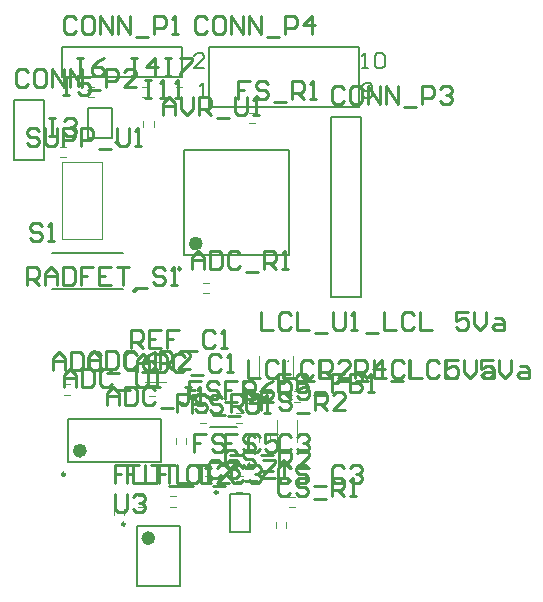
<source format=gto>
G04 Layer_Color=65535*
%FSLAX24Y24*%
%MOIN*%
G70*
G01*
G75*
%ADD36C,0.0100*%
%ADD83C,0.0098*%
%ADD84C,0.0236*%
%ADD85C,0.0079*%
%ADD86C,0.0039*%
%ADD87C,0.0080*%
D36*
X10516Y28616D02*
X10416Y28716D01*
X10216D01*
X10116Y28616D01*
Y28216D01*
X10216Y28116D01*
X10416D01*
X10516Y28216D01*
X11016Y28716D02*
X10816D01*
X10716Y28616D01*
Y28216D01*
X10816Y28116D01*
X11016D01*
X11116Y28216D01*
Y28616D01*
X11016Y28716D01*
X11316Y28116D02*
Y28716D01*
X11716Y28116D01*
Y28716D01*
X11916Y28116D02*
Y28716D01*
X12315Y28116D01*
Y28716D01*
X12515Y28016D02*
X12915D01*
X13115Y28116D02*
Y28716D01*
X13415D01*
X13515Y28616D01*
Y28416D01*
X13415Y28316D01*
X13115D01*
X14115Y28116D02*
X13715D01*
X14115Y28516D01*
Y28616D01*
X14015Y28716D01*
X13815D01*
X13715Y28616D01*
X12117Y30377D02*
X12017Y30477D01*
X11817D01*
X11717Y30377D01*
Y29977D01*
X11817Y29877D01*
X12017D01*
X12117Y29977D01*
X12617Y30477D02*
X12417D01*
X12317Y30377D01*
Y29977D01*
X12417Y29877D01*
X12617D01*
X12717Y29977D01*
Y30377D01*
X12617Y30477D01*
X12917Y29877D02*
Y30477D01*
X13317Y29877D01*
Y30477D01*
X13517Y29877D02*
Y30477D01*
X13917Y29877D01*
Y30477D01*
X14117Y29777D02*
X14517D01*
X14717Y29877D02*
Y30477D01*
X15016D01*
X15116Y30377D01*
Y30177D01*
X15016Y30077D01*
X14717D01*
X15316Y29877D02*
X15516D01*
X15416D01*
Y30477D01*
X15316Y30377D01*
X17921Y28304D02*
X17521D01*
Y28004D01*
X17721D01*
X17521D01*
Y27704D01*
X18520Y28204D02*
X18420Y28304D01*
X18220D01*
X18120Y28204D01*
Y28104D01*
X18220Y28004D01*
X18420D01*
X18520Y27904D01*
Y27804D01*
X18420Y27704D01*
X18220D01*
X18120Y27804D01*
X18720Y27604D02*
X19120D01*
X19320Y27704D02*
Y28304D01*
X19620D01*
X19720Y28204D01*
Y28004D01*
X19620Y27904D01*
X19320D01*
X19520D02*
X19720Y27704D01*
X19920D02*
X20120D01*
X20020D01*
Y28304D01*
X19920Y28204D01*
X16941Y15599D02*
X16841Y15699D01*
X16642D01*
X16542Y15599D01*
Y15199D01*
X16642Y15099D01*
X16841D01*
X16941Y15199D01*
X17541Y15599D02*
X17441Y15699D01*
X17241D01*
X17141Y15599D01*
Y15499D01*
X17241Y15399D01*
X17441D01*
X17541Y15299D01*
Y15199D01*
X17441Y15099D01*
X17241D01*
X17141Y15199D01*
X17741Y14999D02*
X18141D01*
X18341Y15699D02*
X18741D01*
Y15599D01*
X18341Y15199D01*
Y15099D01*
X18741D01*
X18941D02*
X19141D01*
X19041D01*
Y15699D01*
X18941Y15599D01*
X17489Y15923D02*
X17389Y16023D01*
X17189D01*
X17089Y15923D01*
Y15523D01*
X17189Y15423D01*
X17389D01*
X17489Y15523D01*
X18089Y15923D02*
X17989Y16023D01*
X17789D01*
X17689Y15923D01*
Y15823D01*
X17789Y15723D01*
X17989D01*
X18089Y15623D01*
Y15523D01*
X17989Y15423D01*
X17789D01*
X17689Y15523D01*
X18289Y15323D02*
X18689D01*
X18888Y15423D02*
Y16023D01*
X19188D01*
X19288Y15923D01*
Y15723D01*
X19188Y15623D01*
X18888D01*
X19088D02*
X19288Y15423D01*
X19888D02*
X19488D01*
X19888Y15823D01*
Y15923D01*
X19788Y16023D01*
X19588D01*
X19488Y15923D01*
X19231Y14989D02*
X19131Y15089D01*
X18932D01*
X18832Y14989D01*
Y14589D01*
X18932Y14489D01*
X19131D01*
X19231Y14589D01*
X19831Y14989D02*
X19731Y15089D01*
X19531D01*
X19431Y14989D01*
Y14889D01*
X19531Y14789D01*
X19731D01*
X19831Y14689D01*
Y14589D01*
X19731Y14489D01*
X19531D01*
X19431Y14589D01*
X20031Y14389D02*
X20431D01*
X20631Y14489D02*
Y15089D01*
X20931D01*
X21031Y14989D01*
Y14789D01*
X20931Y14689D01*
X20631D01*
X20831D02*
X21031Y14489D01*
X21231D02*
X21431D01*
X21331D01*
Y15089D01*
X21231Y14989D01*
X19231Y15429D02*
X19131Y15529D01*
X18932D01*
X18832Y15429D01*
Y15029D01*
X18932Y14929D01*
X19131D01*
X19231Y15029D01*
X19831Y15429D02*
X19731Y15529D01*
X19531D01*
X19431Y15429D01*
Y15329D01*
X19531Y15229D01*
X19731D01*
X19831Y15129D01*
Y15029D01*
X19731Y14929D01*
X19531D01*
X19431Y15029D01*
X20031Y14829D02*
X20431D01*
X21031Y15429D02*
X20931Y15529D01*
X20731D01*
X20631Y15429D01*
Y15029D01*
X20731Y14929D01*
X20931D01*
X21031Y15029D01*
X21231Y15429D02*
X21331Y15529D01*
X21531D01*
X21631Y15429D01*
Y15329D01*
X21531Y15229D01*
X21431D01*
X21531D01*
X21631Y15129D01*
Y15029D01*
X21531Y14929D01*
X21331D01*
X21231Y15029D01*
X15989Y22039D02*
Y22439D01*
X16189Y22639D01*
X16389Y22439D01*
Y22039D01*
Y22339D01*
X15989D01*
X16589Y22639D02*
Y22039D01*
X16889D01*
X16989Y22139D01*
Y22539D01*
X16889Y22639D01*
X16589D01*
X17589Y22539D02*
X17489Y22639D01*
X17289D01*
X17189Y22539D01*
Y22139D01*
X17289Y22039D01*
X17489D01*
X17589Y22139D01*
X17789Y21939D02*
X18189D01*
X18389Y22039D02*
Y22639D01*
X18688D01*
X18788Y22539D01*
Y22339D01*
X18688Y22239D01*
X18389D01*
X18589D02*
X18788Y22039D01*
X18988D02*
X19188D01*
X19088D01*
Y22639D01*
X18988Y22539D01*
X12509Y18730D02*
Y19129D01*
X12709Y19329D01*
X12909Y19129D01*
Y18730D01*
Y19029D01*
X12509D01*
X13109Y19329D02*
Y18730D01*
X13409D01*
X13508Y18829D01*
Y19229D01*
X13409Y19329D01*
X13109D01*
X14108Y19229D02*
X14008Y19329D01*
X13808D01*
X13708Y19229D01*
Y18829D01*
X13808Y18730D01*
X14008D01*
X14108Y18829D01*
X14308Y18630D02*
X14708D01*
X14908Y18730D02*
Y19329D01*
X15208D01*
X15308Y19229D01*
Y19029D01*
X15208Y18929D01*
X14908D01*
X15108D02*
X15308Y18730D01*
X15908D02*
X15508D01*
X15908Y19129D01*
Y19229D01*
X15808Y19329D01*
X15608D01*
X15508Y19229D01*
X11339Y18680D02*
Y19079D01*
X11539Y19279D01*
X11739Y19079D01*
Y18680D01*
Y18979D01*
X11339D01*
X11939Y19279D02*
Y18680D01*
X12239D01*
X12339Y18779D01*
Y19179D01*
X12239Y19279D01*
X11939D01*
X12938Y19179D02*
X12838Y19279D01*
X12638D01*
X12538Y19179D01*
Y18779D01*
X12638Y18680D01*
X12838D01*
X12938Y18779D01*
X13138Y18580D02*
X13538D01*
X14138Y19179D02*
X14038Y19279D01*
X13838D01*
X13738Y19179D01*
Y18779D01*
X13838Y18680D01*
X14038D01*
X14138Y18779D01*
X14738Y19279D02*
X14538Y19179D01*
X14338Y18979D01*
Y18779D01*
X14438Y18680D01*
X14638D01*
X14738Y18779D01*
Y18879D01*
X14638Y18979D01*
X14338D01*
X11699Y18130D02*
Y18529D01*
X11899Y18729D01*
X12099Y18529D01*
Y18130D01*
Y18429D01*
X11699D01*
X12299Y18729D02*
Y18130D01*
X12599D01*
X12699Y18230D01*
Y18629D01*
X12599Y18729D01*
X12299D01*
X13298Y18629D02*
X13198Y18729D01*
X12998D01*
X12898Y18629D01*
Y18230D01*
X12998Y18130D01*
X13198D01*
X13298Y18230D01*
X13498Y18030D02*
X13898D01*
X14098Y18729D02*
Y18230D01*
X14198Y18130D01*
X14398D01*
X14498Y18230D01*
Y18729D01*
X14698Y18130D02*
X14898D01*
X14798D01*
Y18729D01*
X14698Y18629D01*
X15028Y27184D02*
Y27584D01*
X15228Y27784D01*
X15428Y27584D01*
Y27184D01*
Y27484D01*
X15028D01*
X15628Y27784D02*
Y27384D01*
X15828Y27184D01*
X16028Y27384D01*
Y27784D01*
X16228Y27184D02*
Y27784D01*
X16528D01*
X16628Y27684D01*
Y27484D01*
X16528Y27384D01*
X16228D01*
X16428D02*
X16628Y27184D01*
X16827Y27084D02*
X17227D01*
X17427Y27784D02*
Y27284D01*
X17527Y27184D01*
X17727D01*
X17827Y27284D01*
Y27784D01*
X18027Y27184D02*
X18227D01*
X18127D01*
Y27784D01*
X18027Y27684D01*
X17494Y16555D02*
X17094D01*
Y16255D01*
X17294D01*
X17094D01*
Y15955D01*
X18094Y16455D02*
X17994Y16555D01*
X17794D01*
X17694Y16455D01*
Y16355D01*
X17794Y16255D01*
X17994D01*
X18094Y16155D01*
Y16055D01*
X17994Y15955D01*
X17794D01*
X17694Y16055D01*
X18293Y15855D02*
X18693D01*
X19293Y16455D02*
X19193Y16555D01*
X18993D01*
X18893Y16455D01*
Y16055D01*
X18993Y15955D01*
X19193D01*
X19293Y16055D01*
X19493Y16455D02*
X19593Y16555D01*
X19793D01*
X19893Y16455D01*
Y16355D01*
X19793Y16255D01*
X19693D01*
X19793D01*
X19893Y16155D01*
Y16055D01*
X19793Y15955D01*
X19593D01*
X19493Y16055D01*
X16430Y16555D02*
X16030D01*
Y16255D01*
X16230D01*
X16030D01*
Y15955D01*
X17030Y16455D02*
X16930Y16555D01*
X16730D01*
X16630Y16455D01*
Y16355D01*
X16730Y16255D01*
X16930D01*
X17030Y16155D01*
Y16055D01*
X16930Y15955D01*
X16730D01*
X16630Y16055D01*
X17230Y15855D02*
X17630D01*
X18230Y16455D02*
X18130Y16555D01*
X17930D01*
X17830Y16455D01*
Y16055D01*
X17930Y15955D01*
X18130D01*
X18230Y16055D01*
X18829Y16555D02*
X18429D01*
Y16255D01*
X18629Y16355D01*
X18729D01*
X18829Y16255D01*
Y16055D01*
X18729Y15955D01*
X18529D01*
X18429Y16055D01*
X18680Y17946D02*
X18281D01*
Y17646D01*
X18481D01*
X18281D01*
Y17346D01*
X19280Y17846D02*
X19180Y17946D01*
X18980D01*
X18880Y17846D01*
Y17746D01*
X18980Y17646D01*
X19180D01*
X19280Y17546D01*
Y17446D01*
X19180Y17346D01*
X18980D01*
X18880Y17446D01*
X19480Y17246D02*
X19880D01*
X20080Y17346D02*
Y17946D01*
X20380D01*
X20480Y17846D01*
Y17646D01*
X20380Y17546D01*
X20080D01*
X20280D02*
X20480Y17346D01*
X21080D02*
X20680D01*
X21080Y17746D01*
Y17846D01*
X20980Y17946D01*
X20780D01*
X20680Y17846D01*
X15888Y17889D02*
X15488D01*
Y17589D01*
X15688D01*
X15488D01*
Y17289D01*
X16487Y17789D02*
X16388Y17889D01*
X16188D01*
X16088Y17789D01*
Y17689D01*
X16188Y17589D01*
X16388D01*
X16487Y17489D01*
Y17389D01*
X16388Y17289D01*
X16188D01*
X16088Y17389D01*
X16687Y17189D02*
X17087D01*
X17287Y17289D02*
Y17889D01*
X17587D01*
X17687Y17789D01*
Y17589D01*
X17587Y17489D01*
X17287D01*
X17487D02*
X17687Y17289D01*
X18187D02*
Y17889D01*
X17887Y17589D01*
X18287D01*
X17464Y18306D02*
X17064D01*
Y18007D01*
X17264D01*
X17064D01*
Y17707D01*
X18064Y18206D02*
X17964Y18306D01*
X17764D01*
X17664Y18206D01*
Y18106D01*
X17764Y18007D01*
X17964D01*
X18064Y17907D01*
Y17807D01*
X17964Y17707D01*
X17764D01*
X17664Y17807D01*
X18264Y17607D02*
X18664D01*
X18864Y17707D02*
Y18306D01*
X19164D01*
X19264Y18206D01*
Y18007D01*
X19164Y17907D01*
X18864D01*
X19064D02*
X19264Y17707D01*
X19864Y18306D02*
X19464D01*
Y18007D01*
X19664Y18106D01*
X19764D01*
X19864Y18007D01*
Y17807D01*
X19764Y17707D01*
X19564D01*
X19464Y17807D01*
X16378Y17839D02*
X15978D01*
Y17539D01*
X16178D01*
X15978D01*
Y17239D01*
X16977Y17739D02*
X16878Y17839D01*
X16678D01*
X16578Y17739D01*
Y17639D01*
X16678Y17539D01*
X16878D01*
X16977Y17439D01*
Y17339D01*
X16878Y17239D01*
X16678D01*
X16578Y17339D01*
X17177Y17139D02*
X17577D01*
X17777Y17839D02*
Y17339D01*
X17877Y17239D01*
X18077D01*
X18177Y17339D01*
Y17839D01*
X18377Y17239D02*
X18577D01*
X18477D01*
Y17839D01*
X18377Y17739D01*
X11220Y27070D02*
X11420D01*
X11320D01*
Y26470D01*
X11220D01*
X11420D01*
X11720Y26970D02*
X11820Y27070D01*
X12020D01*
X12120Y26970D01*
Y26870D01*
X12020Y26770D01*
X11920D01*
X12020D01*
X12120Y26670D01*
Y26570D01*
X12020Y26470D01*
X11820D01*
X11720Y26570D01*
X13930Y29070D02*
X14130D01*
X14030D01*
Y28470D01*
X13930D01*
X14130D01*
X14730D02*
Y29070D01*
X14430Y28770D01*
X14830D01*
X11691Y28434D02*
X11890D01*
X11791D01*
Y27834D01*
X11691D01*
X11890D01*
X12590Y28434D02*
X12190D01*
Y28134D01*
X12390Y28234D01*
X12490D01*
X12590Y28134D01*
Y27934D01*
X12490Y27834D01*
X12290D01*
X12190Y27934D01*
X12130Y29070D02*
X12330D01*
X12230D01*
Y28470D01*
X12130D01*
X12330D01*
X13030Y29070D02*
X12830Y28970D01*
X12630Y28770D01*
Y28570D01*
X12730Y28470D01*
X12930D01*
X13030Y28570D01*
Y28670D01*
X12930Y28770D01*
X12630D01*
X15081Y29068D02*
X15281D01*
X15181D01*
Y28468D01*
X15081D01*
X15281D01*
X15580Y29068D02*
X15980D01*
Y28968D01*
X15580Y28568D01*
Y28468D01*
X14401Y28364D02*
X14600D01*
X14501D01*
Y27764D01*
X14401D01*
X14600D01*
X14900D02*
X15100D01*
X15000D01*
Y28364D01*
X14900Y28264D01*
X15400Y27764D02*
X15600D01*
X15500D01*
Y28364D01*
X15400Y28264D01*
X13943Y19414D02*
Y20014D01*
X14243D01*
X14343Y19914D01*
Y19714D01*
X14243Y19614D01*
X13943D01*
X14143D02*
X14343Y19414D01*
X14943Y20014D02*
X14543D01*
Y19414D01*
X14943D01*
X14543Y19714D02*
X14743D01*
X15543Y20014D02*
X15143D01*
Y19714D01*
X15343D01*
X15143D01*
Y19414D01*
X15743Y19314D02*
X16143D01*
X16742Y19914D02*
X16642Y20014D01*
X16443D01*
X16343Y19914D01*
Y19514D01*
X16443Y19414D01*
X16642D01*
X16742Y19514D01*
X16942Y19414D02*
X17142D01*
X17042D01*
Y20014D01*
X16942Y19914D01*
X10888Y26649D02*
X10788Y26749D01*
X10588D01*
X10488Y26649D01*
Y26549D01*
X10588Y26449D01*
X10788D01*
X10888Y26349D01*
Y26249D01*
X10788Y26149D01*
X10588D01*
X10488Y26249D01*
X11087Y26749D02*
Y26249D01*
X11187Y26149D01*
X11387D01*
X11487Y26249D01*
Y26749D01*
X11687Y26149D02*
Y26749D01*
X11987D01*
X12087Y26649D01*
Y26449D01*
X11987Y26349D01*
X11687D01*
X12287Y26149D02*
Y26749D01*
X12587D01*
X12687Y26649D01*
Y26449D01*
X12587Y26349D01*
X12287D01*
X12887Y26049D02*
X13287D01*
X13487Y26749D02*
Y26249D01*
X13587Y26149D01*
X13787D01*
X13887Y26249D01*
Y26749D01*
X14086Y26149D02*
X14286D01*
X14186D01*
Y26749D01*
X14086Y26649D01*
X13410Y14540D02*
Y14040D01*
X13510Y13940D01*
X13710D01*
X13810Y14040D01*
Y14540D01*
X14009Y14440D02*
X14109Y14540D01*
X14309D01*
X14409Y14440D01*
Y14340D01*
X14309Y14240D01*
X14209D01*
X14309D01*
X14409Y14140D01*
Y14040D01*
X14309Y13940D01*
X14109D01*
X14009Y14040D01*
X10980Y23490D02*
X10880Y23590D01*
X10680D01*
X10580Y23490D01*
Y23390D01*
X10680Y23290D01*
X10880D01*
X10980Y23190D01*
Y23090D01*
X10880Y22990D01*
X10680D01*
X10580Y23090D01*
X11180Y22990D02*
X11380D01*
X11280D01*
Y23590D01*
X11180Y23490D01*
X14211Y15531D02*
X13811D01*
Y15231D01*
X14011D01*
X13811D01*
Y14931D01*
X14411Y15531D02*
Y14931D01*
X14811D01*
X15011Y15531D02*
X15411D01*
X15211D01*
Y14931D01*
X15611Y14831D02*
X16011D01*
X16610Y15431D02*
X16510Y15531D01*
X16311D01*
X16211Y15431D01*
Y15031D01*
X16311Y14931D01*
X16510D01*
X16610Y15031D01*
X17210Y14931D02*
X16810D01*
X17210Y15331D01*
Y15431D01*
X17110Y15531D01*
X16910D01*
X16810Y15431D01*
X15271Y15532D02*
X14871D01*
Y15232D01*
X15071D01*
X14871D01*
Y14932D01*
X15471Y15532D02*
Y14932D01*
X15870D01*
X16070Y15532D02*
X16470D01*
X16270D01*
Y14932D01*
X16670Y14832D02*
X17070D01*
X17670Y15432D02*
X17570Y15532D01*
X17370D01*
X17270Y15432D01*
Y15032D01*
X17370Y14932D01*
X17570D01*
X17670Y15032D01*
X17870Y15432D02*
X17970Y15532D01*
X18170D01*
X18270Y15432D01*
Y15332D01*
X18170Y15232D01*
X18070D01*
X18170D01*
X18270Y15132D01*
Y15032D01*
X18170Y14932D01*
X17970D01*
X17870Y15032D01*
X13803Y15517D02*
X13403D01*
Y15217D01*
X13603D01*
X13403D01*
Y14917D01*
X14002Y15517D02*
Y14917D01*
X14402D01*
X14602Y15517D02*
X15002D01*
X14802D01*
Y14917D01*
X15202Y14817D02*
X15602D01*
X16202Y15417D02*
X16102Y15517D01*
X15902D01*
X15802Y15417D01*
Y15017D01*
X15902Y14917D01*
X16102D01*
X16202Y15017D01*
X16402Y14917D02*
X16602D01*
X16502D01*
Y15517D01*
X16402Y15417D01*
X21059Y28057D02*
X20959Y28157D01*
X20759D01*
X20659Y28057D01*
Y27657D01*
X20759Y27557D01*
X20959D01*
X21059Y27657D01*
X21559Y28157D02*
X21359D01*
X21259Y28057D01*
Y27657D01*
X21359Y27557D01*
X21559D01*
X21659Y27657D01*
Y28057D01*
X21559Y28157D01*
X21859Y27557D02*
Y28157D01*
X22259Y27557D01*
Y28157D01*
X22459Y27557D02*
Y28157D01*
X22859Y27557D01*
Y28157D01*
X23059Y27457D02*
X23458D01*
X23658Y27557D02*
Y28157D01*
X23958D01*
X24058Y28057D01*
Y27857D01*
X23958Y27757D01*
X23658D01*
X24258Y28057D02*
X24358Y28157D01*
X24558D01*
X24658Y28057D01*
Y27957D01*
X24558Y27857D01*
X24458D01*
X24558D01*
X24658Y27757D01*
Y27657D01*
X24558Y27557D01*
X24358D01*
X24258Y27657D01*
X16480Y30380D02*
X16380Y30480D01*
X16180D01*
X16080Y30380D01*
Y29980D01*
X16180Y29880D01*
X16380D01*
X16480Y29980D01*
X16980Y30480D02*
X16780D01*
X16680Y30380D01*
Y29980D01*
X16780Y29880D01*
X16980D01*
X17080Y29980D01*
Y30380D01*
X16980Y30480D01*
X17280Y29880D02*
Y30480D01*
X17679Y29880D01*
Y30480D01*
X17879Y29880D02*
Y30480D01*
X18279Y29880D01*
Y30480D01*
X18479Y29780D02*
X18879D01*
X19079Y29880D02*
Y30480D01*
X19379D01*
X19479Y30380D01*
Y30180D01*
X19379Y30080D01*
X19079D01*
X19979Y29880D02*
Y30480D01*
X19679Y30180D01*
X20079D01*
X10490Y21510D02*
Y22110D01*
X10790D01*
X10890Y22010D01*
Y21810D01*
X10790Y21710D01*
X10490D01*
X10690D02*
X10890Y21510D01*
X11090D02*
Y21910D01*
X11290Y22110D01*
X11490Y21910D01*
Y21510D01*
Y21810D01*
X11090D01*
X11690Y22110D02*
Y21510D01*
X11990D01*
X12089Y21610D01*
Y22010D01*
X11990Y22110D01*
X11690D01*
X12689D02*
X12289D01*
Y21810D01*
X12489D01*
X12289D01*
Y21510D01*
X13289Y22110D02*
X12889D01*
Y21510D01*
X13289D01*
X12889Y21810D02*
X13089D01*
X13489Y22110D02*
X13889D01*
X13689D01*
Y21510D01*
X14089Y21410D02*
X14489D01*
X15089Y22010D02*
X14989Y22110D01*
X14789D01*
X14689Y22010D01*
Y21910D01*
X14789Y21810D01*
X14989D01*
X15089Y21710D01*
Y21610D01*
X14989Y21510D01*
X14789D01*
X14689Y21610D01*
X15288Y21510D02*
X15488D01*
X15388D01*
Y22110D01*
X15288Y22010D01*
X16283Y18300D02*
X15883D01*
Y18000D01*
X16083D01*
X15883D01*
Y17700D01*
X16882Y18200D02*
X16782Y18300D01*
X16583D01*
X16483Y18200D01*
Y18100D01*
X16583Y18000D01*
X16782D01*
X16882Y17900D01*
Y17800D01*
X16782Y17700D01*
X16583D01*
X16483Y17800D01*
X17082Y17600D02*
X17482D01*
X17682Y17700D02*
Y18300D01*
X17982D01*
X18082Y18200D01*
Y18000D01*
X17982Y17900D01*
X17682D01*
X17882D02*
X18082Y17700D01*
X18682Y18300D02*
X18482Y18200D01*
X18282Y18000D01*
Y17800D01*
X18382Y17700D01*
X18582D01*
X18682Y17800D01*
Y17900D01*
X18582Y18000D01*
X18282D01*
X17837Y19010D02*
Y18411D01*
X18237D01*
X18837Y18910D02*
X18737Y19010D01*
X18537D01*
X18437Y18910D01*
Y18511D01*
X18537Y18411D01*
X18737D01*
X18837Y18511D01*
X19036Y19010D02*
Y18411D01*
X19436D01*
X19636Y18311D02*
X20036D01*
X20236Y18411D02*
Y19010D01*
X20536D01*
X20636Y18910D01*
Y18711D01*
X20536Y18611D01*
X20236D01*
X20436D02*
X20636Y18411D01*
X21236D02*
X20836D01*
X21236Y18810D01*
Y18910D01*
X21136Y19010D01*
X20936D01*
X20836Y18910D01*
X21436Y18311D02*
X21836D01*
X22035Y19010D02*
Y18411D01*
X22435D01*
X23035Y18910D02*
X22935Y19010D01*
X22735D01*
X22635Y18910D01*
Y18511D01*
X22735Y18411D01*
X22935D01*
X23035Y18511D01*
X23235Y19010D02*
Y18411D01*
X23635D01*
X24835Y19010D02*
X24435D01*
Y18711D01*
X24635Y18810D01*
X24735D01*
X24835Y18711D01*
Y18511D01*
X24735Y18411D01*
X24535D01*
X24435Y18511D01*
X25035Y19010D02*
Y18611D01*
X25234Y18411D01*
X25434Y18611D01*
Y19010D01*
X25734Y18810D02*
X25934D01*
X26034Y18711D01*
Y18411D01*
X25734D01*
X25634Y18511D01*
X25734Y18611D01*
X26034D01*
X18286Y20613D02*
Y20013D01*
X18686D01*
X19285Y20513D02*
X19185Y20613D01*
X18985D01*
X18885Y20513D01*
Y20113D01*
X18985Y20013D01*
X19185D01*
X19285Y20113D01*
X19485Y20613D02*
Y20013D01*
X19885D01*
X20085Y19913D02*
X20485D01*
X20685Y20613D02*
Y20113D01*
X20785Y20013D01*
X20985D01*
X21085Y20113D01*
Y20613D01*
X21285Y20013D02*
X21485D01*
X21385D01*
Y20613D01*
X21285Y20513D01*
X21785Y19913D02*
X22184D01*
X22384Y20613D02*
Y20013D01*
X22784D01*
X23384Y20513D02*
X23284Y20613D01*
X23084D01*
X22984Y20513D01*
Y20113D01*
X23084Y20013D01*
X23284D01*
X23384Y20113D01*
X23584Y20613D02*
Y20013D01*
X23984D01*
X25183Y20613D02*
X24784D01*
Y20313D01*
X24983Y20413D01*
X25083D01*
X25183Y20313D01*
Y20113D01*
X25083Y20013D01*
X24884D01*
X24784Y20113D01*
X25383Y20613D02*
Y20213D01*
X25583Y20013D01*
X25783Y20213D01*
Y20613D01*
X26083Y20413D02*
X26283D01*
X26383Y20313D01*
Y20013D01*
X26083D01*
X25983Y20113D01*
X26083Y20213D01*
X26383D01*
X19019Y19009D02*
Y18409D01*
X19419D01*
X20019Y18909D02*
X19919Y19009D01*
X19719D01*
X19619Y18909D01*
Y18509D01*
X19719Y18409D01*
X19919D01*
X20019Y18509D01*
X20219Y19009D02*
Y18409D01*
X20619D01*
X20819Y18309D02*
X21219D01*
X21419Y18409D02*
Y19009D01*
X21718D01*
X21818Y18909D01*
Y18709D01*
X21718Y18609D01*
X21419D01*
X21619D02*
X21818Y18409D01*
X22318D02*
Y19009D01*
X22018Y18709D01*
X22418D01*
X22618Y18309D02*
X23018D01*
X23218Y19009D02*
Y18409D01*
X23618D01*
X24218Y18909D02*
X24118Y19009D01*
X23918D01*
X23818Y18909D01*
Y18509D01*
X23918Y18409D01*
X24118D01*
X24218Y18509D01*
X24418Y19009D02*
Y18409D01*
X24817D01*
X26017Y19009D02*
X25617D01*
Y18709D01*
X25817Y18809D01*
X25917D01*
X26017Y18709D01*
Y18509D01*
X25917Y18409D01*
X25717D01*
X25617Y18509D01*
X26217Y19009D02*
Y18609D01*
X26417Y18409D01*
X26617Y18609D01*
Y19009D01*
X26917Y18809D02*
X27117D01*
X27217Y18709D01*
Y18409D01*
X26917D01*
X26817Y18509D01*
X26917Y18609D01*
X27217D01*
X19259Y18558D02*
X18859D01*
Y18258D01*
X19059D01*
X18859D01*
Y17959D01*
X19859Y18458D02*
X19759Y18558D01*
X19559D01*
X19459Y18458D01*
Y18358D01*
X19559Y18258D01*
X19759D01*
X19859Y18158D01*
Y18059D01*
X19759Y17959D01*
X19559D01*
X19459Y18059D01*
X20058Y17859D02*
X20458D01*
X21058Y18558D02*
X20658D01*
Y18258D01*
X20858D01*
X20658D01*
Y17959D01*
X21258Y18558D02*
Y17959D01*
X21558D01*
X21658Y18059D01*
Y18158D01*
X21558Y18258D01*
X21258D01*
X21558D01*
X21658Y18358D01*
Y18458D01*
X21558Y18558D01*
X21258D01*
X21858Y17959D02*
X22058D01*
X21958D01*
Y18558D01*
X21858Y18458D01*
X14163Y18632D02*
Y19032D01*
X14363Y19232D01*
X14563Y19032D01*
Y18632D01*
Y18932D01*
X14163D01*
X14762Y19232D02*
Y18632D01*
X15062D01*
X15162Y18732D01*
Y19132D01*
X15062Y19232D01*
X14762D01*
X15762Y19132D02*
X15662Y19232D01*
X15462D01*
X15362Y19132D01*
Y18732D01*
X15462Y18632D01*
X15662D01*
X15762Y18732D01*
X15962Y18532D02*
X16362D01*
X16962Y19132D02*
X16862Y19232D01*
X16662D01*
X16562Y19132D01*
Y18732D01*
X16662Y18632D01*
X16862D01*
X16962Y18732D01*
X17162Y18632D02*
X17362D01*
X17262D01*
Y19232D01*
X17162Y19132D01*
X13140Y17500D02*
Y17900D01*
X13340Y18100D01*
X13540Y17900D01*
Y17500D01*
Y17800D01*
X13140D01*
X13740Y18100D02*
Y17500D01*
X14040D01*
X14140Y17600D01*
Y18000D01*
X14040Y18100D01*
X13740D01*
X14739Y18000D02*
X14640Y18100D01*
X14440D01*
X14340Y18000D01*
Y17600D01*
X14440Y17500D01*
X14640D01*
X14739Y17600D01*
X14939Y17400D02*
X15339D01*
X15939Y18100D02*
X15739D01*
X15839D01*
Y17600D01*
X15739Y17500D01*
X15639D01*
X15539Y17600D01*
X16139Y17500D02*
X16339D01*
X16239D01*
Y18100D01*
X16139Y18000D01*
D83*
X16834Y14598D02*
G03*
X16834Y14598I-49J0D01*
G01*
X11745Y15207D02*
G03*
X11745Y15207I-49J0D01*
G01*
X15611Y22053D02*
G03*
X15611Y22053I-49J0D01*
G01*
X17953Y15509D02*
G03*
X17953Y15509I-49J0D01*
G01*
X13525Y26269D02*
G03*
X13525Y26269I-49J0D01*
G01*
X13747Y13543D02*
G03*
X13747Y13543I-49J0D01*
G01*
X14124Y21329D02*
G03*
X14124Y21329I-49J0D01*
G01*
D84*
X12356Y15995D02*
G03*
X12356Y15995I-118J0D01*
G01*
X16222Y22900D02*
G03*
X16222Y22900I-118J0D01*
G01*
X14643Y13081D02*
G03*
X14643Y13081I-118J0D01*
G01*
D85*
X19193Y18976D02*
G03*
X19193Y18976I-20J0D01*
G01*
X10051Y27681D02*
X11051D01*
Y25681D02*
Y27681D01*
X10051Y25681D02*
X11051D01*
X10051D02*
Y27681D01*
X11657Y28437D02*
Y29437D01*
X15657D01*
X11657Y28437D02*
X15657D01*
Y29437D01*
X17237Y13279D02*
Y14539D01*
X17926Y13279D02*
Y14539D01*
X17237D02*
X17926D01*
X17237Y13279D02*
X17926D01*
X14954Y15601D02*
Y17058D01*
X11844Y15601D02*
Y17058D01*
X14954D01*
X11844Y15601D02*
X14954D01*
X15710Y22506D02*
X19214D01*
X15710Y26010D02*
X19214D01*
X15710Y22506D02*
Y26010D01*
X19214Y22506D02*
Y26010D01*
X16565Y16789D02*
X17471D01*
X16565Y15569D02*
X17471D01*
X12526Y27419D02*
X13326D01*
X12526Y26419D02*
X13326D01*
X12526D02*
Y27419D01*
X13326Y26419D02*
Y27419D01*
X14131Y11467D02*
Y13474D01*
X15588Y11467D02*
Y13474D01*
X14131D02*
X15588D01*
X14131Y11467D02*
X15588D01*
X11309Y22569D02*
X13671D01*
X11309Y21388D02*
X13671D01*
X21563Y27437D02*
Y29437D01*
X16563Y27437D02*
Y29437D01*
X21563D01*
X16563Y27437D02*
X21563D01*
X20602Y27114D02*
X21602D01*
X20602Y21114D02*
X21602D01*
X20602D02*
Y27114D01*
X21602Y21114D02*
Y27114D01*
D86*
X17894Y26909D02*
X18091D01*
X17894Y27264D02*
X18091D01*
X14409Y18287D02*
X15118D01*
X14409Y18957D02*
X15118D01*
X17461Y14980D02*
X17657D01*
X17461Y14626D02*
X17657D01*
X19213Y14466D02*
X19410D01*
X19213Y14112D02*
X19410D01*
X19129Y13420D02*
Y13617D01*
X18774Y13420D02*
Y13617D01*
X16358Y21240D02*
X16555D01*
X16358Y21594D02*
X16555D01*
X11720Y17862D02*
X11917D01*
X11720Y18217D02*
X11917D01*
X17475Y15138D02*
X17672D01*
X17475Y15492D02*
X17672D01*
X16412D02*
X16609D01*
X16412Y15138D02*
X16609D01*
X15785Y16221D02*
Y16417D01*
X15431Y16221D02*
Y16417D01*
X17436Y16909D02*
X17633D01*
X17436Y17264D02*
X17633D01*
X11595Y26130D02*
X11792D01*
X11595Y25775D02*
X11792D01*
X14302Y28127D02*
X14498D01*
X14302Y27773D02*
X14498D01*
X12502Y28127D02*
X12698D01*
X12502Y27773D02*
X12698D01*
X15453Y28130D02*
X15650D01*
X15453Y27776D02*
X15650D01*
X11656Y23035D02*
Y25614D01*
X12975Y23035D02*
Y25585D01*
Y25614D01*
Y23213D02*
Y23419D01*
X11656Y23035D02*
X12975D01*
X11656Y25614D02*
X12975D01*
X14193Y14468D02*
X14390D01*
X14193Y14114D02*
X14390D01*
X14713Y26786D02*
Y26983D01*
X14358Y26786D02*
Y26983D01*
X16255Y17264D02*
X16452D01*
X16255Y16909D02*
X16452D01*
X18578Y16277D02*
Y16474D01*
X18223Y16277D02*
Y16474D01*
X19468Y16299D02*
Y17008D01*
X18799Y16299D02*
Y17008D01*
X14547Y18169D02*
X14744D01*
X14547Y17815D02*
X14744D01*
X15256Y14468D02*
X15453D01*
X15256Y14114D02*
X15453D01*
X13366Y13839D02*
Y14035D01*
X13720Y13839D02*
Y14035D01*
X19390Y17972D02*
X19587D01*
X19390Y17618D02*
X19587D01*
X18209D02*
X18406D01*
X18209Y17972D02*
X18406D01*
X19350Y18484D02*
Y19154D01*
X18209Y18484D02*
Y19154D01*
D87*
X16396Y28737D02*
X16063D01*
X16396Y29070D01*
Y29154D01*
X16313Y29237D01*
X16146D01*
X16063Y29154D01*
X16263Y27737D02*
X16430D01*
X16346D01*
Y28237D01*
X16263Y28154D01*
X21663Y27820D02*
X21746Y27737D01*
X21913D01*
X21996Y27820D01*
Y28154D01*
X21913Y28237D01*
X21746D01*
X21663Y28154D01*
Y28070D01*
X21746Y27987D01*
X21996D01*
X21663Y28737D02*
X21830D01*
X21746D01*
Y29237D01*
X21663Y29154D01*
X22080D02*
X22163Y29237D01*
X22329D01*
X22413Y29154D01*
Y28820D01*
X22329Y28737D01*
X22163D01*
X22080Y28820D01*
Y29154D01*
M02*

</source>
